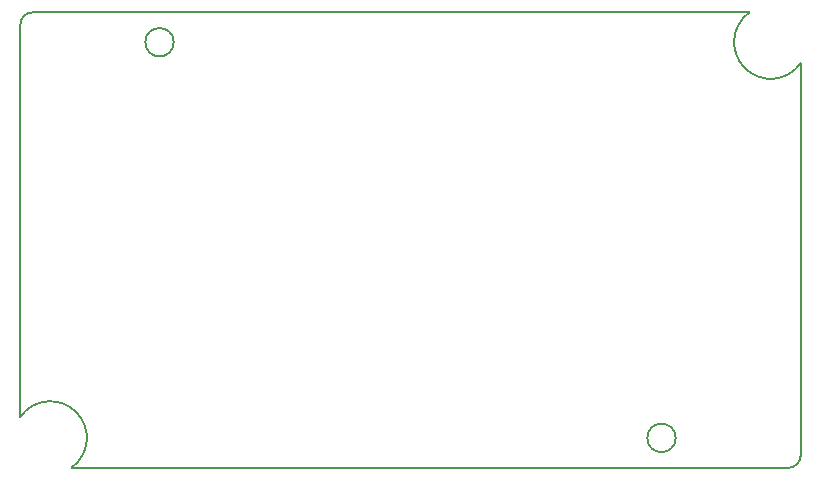
<source format=gbr>
G04 #@! TF.GenerationSoftware,KiCad,Pcbnew,7.99.0-1900-g89780d353a*
G04 #@! TF.CreationDate,2023-08-02T11:36:18+03:00*
G04 #@! TF.ProjectId,RP2040_minimal,52503230-3430-45f6-9d69-6e696d616c2e,REV1*
G04 #@! TF.SameCoordinates,Original*
G04 #@! TF.FileFunction,Profile,NP*
%FSLAX46Y46*%
G04 Gerber Fmt 4.6, Leading zero omitted, Abs format (unit mm)*
G04 Created by KiCad (PCBNEW 7.99.0-1900-g89780d353a) date 2023-08-02 11:36:18*
%MOMM*%
%LPD*%
G01*
G04 APERTURE LIST*
G04 #@! TA.AperFunction,Profile*
%ADD10C,0.150000*%
G04 #@! TD*
G04 APERTURE END LIST*
D10*
X198940496Y-110687496D02*
G75*
G03*
X199940496Y-109687489I4J999996D01*
G01*
X199940496Y-76463904D02*
X199940496Y-109687489D01*
X146866735Y-74663728D02*
G75*
G03*
X146866735Y-74663728I-1200000J0D01*
G01*
X189366735Y-108163728D02*
G75*
G03*
X189366735Y-108163728I-1200000J0D01*
G01*
X195616590Y-72140009D02*
G75*
G03*
X199940496Y-76463904I1800110J-2523791D01*
G01*
X134892975Y-72139967D02*
X195616560Y-72139967D01*
X138216940Y-110687530D02*
G75*
G03*
X133892975Y-106363553I-1800240J2523730D01*
G01*
X198940496Y-110687489D02*
X138216911Y-110687489D01*
X134892975Y-72139975D02*
G75*
G03*
X133892975Y-73139967I25J-1000025D01*
G01*
X133892975Y-106363553D02*
X133892975Y-73139967D01*
M02*

</source>
